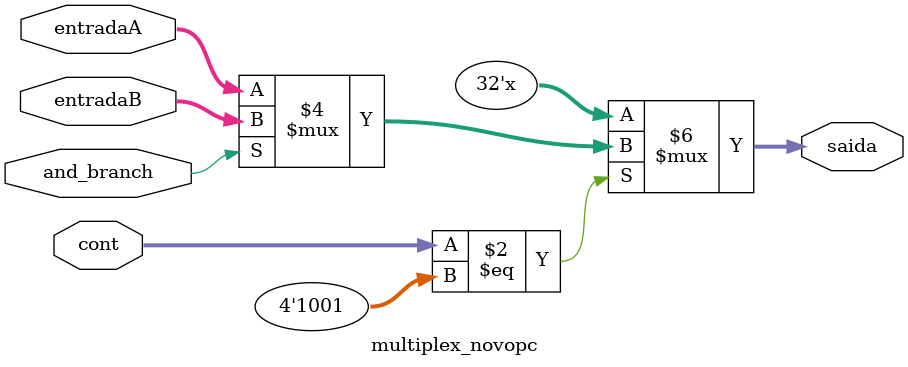
<source format=v>
module multiplex_novopc (entradaA, entradaB, and_branch, saida, cont);
	input wire [31:0] entradaA;
	input wire [31:0] entradaB;
	input wire and_branch;
	input wire [3:0] cont;
	output reg [31:0] saida;

	always @(entradaA or entradaB) begin
		if (cont == 9) begin
			if(and_branch) begin
				saida <= entradaB;
			end else begin
				saida <= entradaA;
			end
		end
	end
endmodule
</source>
